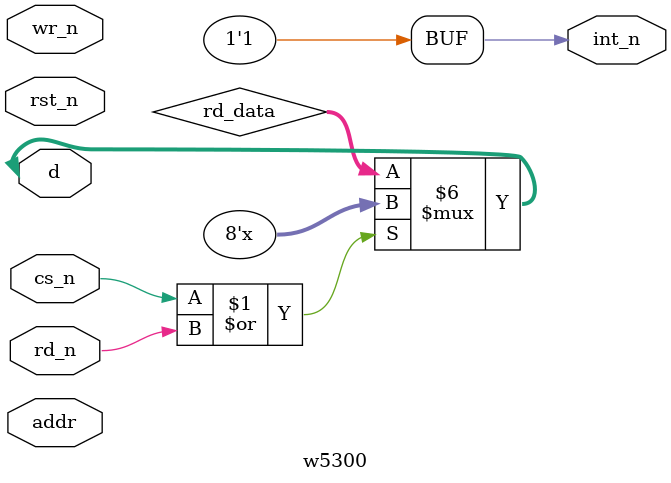
<source format=v>

module w5300
(
	input  wire       rst_n,
	input  wire [9:0] addr,
	input  wire       cs_n,
	input  wire       rd_n,
	input  wire       wr_n,
	output reg        int_n,
	inout  wire [7:0] d
);

	
	reg [9:0] access_addr;
	reg       access_rnw;
	reg [7:0] rd_data;
	reg [7:0] wr_data;

	
	wire rd = ~(cs_n|rd_n);
	wire wr = ~(cs_n|wr_n);


	initial
	begin
		int_n = 1'b1;
	end



	always @(negedge rd)
	begin
		access_addr <= addr;
		access_rnw  <= 1'b1;
	end

	assign d = rd ? rd_data : 8'bZZZZ_ZZZZ;
	
	
	
	always @(negedge wr)
	begin
		access_addr <= addr;
		access_rnw  <= 1'b0;
		wr_data     <= d;
	end





	task set_int_n
	(
		input new_int_n
	);
		int_n = new_int_n;

	endtask



	function get_rst_n;
	
		get_rst_n = rst_n;

	endfunction

	
	
	function [9:0] get_addr;
		
		get_addr = access_addr;
	
	endfunction
	
	
	function get_rnw;
	
		get_rnw = access_rnw;
	
	endfunction
	
	
	function [7:0] get_wr_data;
		
		get_wr_data = wr_data;
	
	endfunction
	
	
	task set_rd_data( input [7:0] data );
	
		rd_data = data;
	
	endtask




endmodule


</source>
